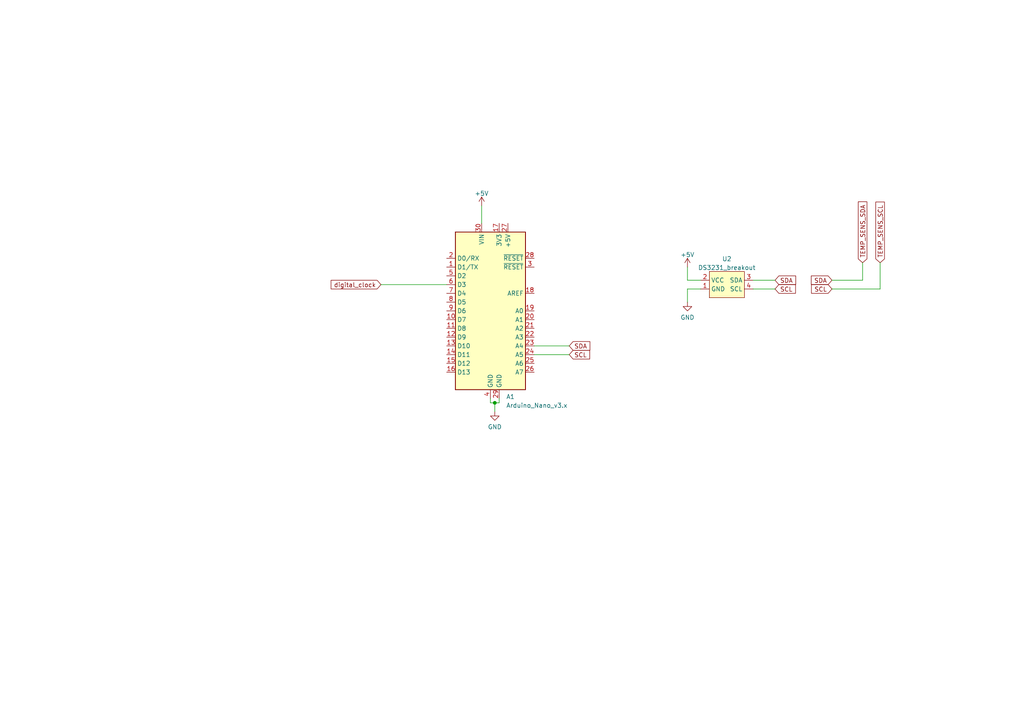
<source format=kicad_sch>
(kicad_sch (version 20211123) (generator eeschema)
  (paper "A4")
  (lib_symbols
    (symbol "MCU_Module:Arduino_Nano_v3.x"
      (property "Reference" "A" (at -10.16 23.495 0))
      (property "Value" "Arduino_Nano_v3.x" (at 5.08 -24.13 0))
      (symbol "Arduino_Nano_v3.x_0_1"
        (rectangle (start -10.16 22.86) (end 10.16 -22.86) (stroke (width 0.254)) (fill (type background)))
      )
      (symbol "Arduino_Nano_v3.x_1_1"
        (pin bidirectional line (at -12.7 12.7 0) (length 2.54) (name "D1/TX") (number "1"))
        (pin bidirectional line (at -12.7 -2.54 0) (length 2.54) (name "D7") (number "10"))
        (pin bidirectional line (at -12.7 -5.08 0) (length 2.54) (name "D8") (number "11"))
        (pin bidirectional line (at -12.7 -7.62 0) (length 2.54) (name "D9") (number "12"))
        (pin bidirectional line (at -12.7 -10.16 0) (length 2.54) (name "D10") (number "13"))
        (pin bidirectional line (at -12.7 -12.7 0) (length 2.54) (name "D11") (number "14"))
        (pin bidirectional line (at -12.7 -15.24 0) (length 2.54) (name "D12") (number "15"))
        (pin bidirectional line (at -12.7 -17.78 0) (length 2.54) (name "D13") (number "16"))
        (pin power_out line (at 2.54 25.4 270) (length 2.54) (name "3V3") (number "17"))
        (pin input line (at 12.7 5.08 180) (length 2.54) (name "AREF") (number "18"))
        (pin bidirectional line (at 12.7 0 180) (length 2.54) (name "A0") (number "19"))
        (pin bidirectional line (at -12.7 15.24 0) (length 2.54) (name "D0/RX") (number "2"))
        (pin bidirectional line (at 12.7 -2.54 180) (length 2.54) (name "A1") (number "20"))
        (pin bidirectional line (at 12.7 -5.08 180) (length 2.54) (name "A2") (number "21"))
        (pin bidirectional line (at 12.7 -7.62 180) (length 2.54) (name "A3") (number "22"))
        (pin bidirectional line (at 12.7 -10.16 180) (length 2.54) (name "A4") (number "23"))
        (pin bidirectional line (at 12.7 -12.7 180) (length 2.54) (name "A5") (number "24"))
        (pin bidirectional line (at 12.7 -15.24 180) (length 2.54) (name "A6") (number "25"))
        (pin bidirectional line (at 12.7 -17.78 180) (length 2.54) (name "A7") (number "26"))
        (pin power_out line (at 5.08 25.4 270) (length 2.54) (name "+5V") (number "27"))
        (pin input line (at 12.7 15.24 180) (length 2.54) (name "~{RESET}") (number "28"))
        (pin power_in line (at 2.54 -25.4 90) (length 2.54) (name "GND") (number "29"))
        (pin input line (at 12.7 12.7 180) (length 2.54) (name "~{RESET}") (number "3"))
        (pin power_in line (at -2.54 25.4 270) (length 2.54) (name "VIN") (number "30"))
        (pin power_in line (at 0 -25.4 90) (length 2.54) (name "GND") (number "4"))
        (pin bidirectional line (at -12.7 10.16 0) (length 2.54) (name "D2") (number "5"))
        (pin bidirectional line (at -12.7 7.62 0) (length 2.54) (name "D3") (number "6"))
        (pin bidirectional line (at -12.7 5.08 0) (length 2.54) (name "D4") (number "7"))
        (pin bidirectional line (at -12.7 2.54 0) (length 2.54) (name "D5") (number "8"))
        (pin bidirectional line (at -12.7 0 0) (length 2.54) (name "D6") (number "9"))
      )
    )
    (symbol "power:+5V" (power) (pin_names (offset 0))
      (property "Value" "+5V" (at 0 3.556 0))
      (symbol "+5V_0_1"
        (polyline (pts (xy -0.762 1.27) (xy 0 2.54)))
        (polyline (pts (xy 0 0) (xy 0 2.54)))
        (polyline (pts (xy 0 2.54) (xy 0.762 1.27)))
      )
      (symbol "+5V_1_1"
        (pin power_in line (at 0 0 90) (length 0) hide (name "+5V") (number "1"))
      )
    )
    (symbol "power:GND" (power) (pin_names (offset 0))
      (property "Value" "GND" (at 0 -3.81 0))
      (symbol "GND_0_1"
        (polyline (pts (xy 0 0) (xy 0 -1.27) (xy 1.27 -1.27) (xy 0 -2.54) (xy -1.27 -1.27) (xy 0 -1.27)))
      )
      (symbol "GND_1_1"
        (pin power_in line (at 0 0 270) (length 0) hide (name "GND") (number "1"))
      )
    )
    (symbol "project_lib:DS3231_breakout"
      (property "Reference" "U" (at 0 0 0))
      (property "Value" "DS3231_breakout" (at 0 -10.16 0))
      (symbol "DS3231_breakout_0_1"
        (rectangle (start -5.08 -1.27) (end 5.08 -8.89) (stroke (width 0.1524)) (fill (type background)))
      )
      (symbol "DS3231_breakout_1_1"
        (pin input line (at -7.62 -6.35 0) (length 2.54) (name "GND") (number "1"))
        (pin input line (at -7.62 -3.81 0) (length 2.54) (name "VCC") (number "2"))
        (pin bidirectional line (at 7.62 -3.81 180) (length 2.54) (name "SDA") (number "3"))
        (pin input line (at 7.62 -6.35 180) (length 2.54) (name "SCL") (number "4"))
      )
    )
  )
  (junction (at 143.51 116.84))
  (wire (pts (xy 250.19 81.28) (xy 250.19 76.2)))
  (wire (pts (xy 218.44 83.82) (xy 224.79 83.82)))
  (wire (pts (xy 199.39 87.63) (xy 199.39 83.82)))
  (wire (pts (xy 199.39 83.82) (xy 203.2 83.82)))
  (wire (pts (xy 255.27 76.2) (xy 255.27 83.82)))
  (wire (pts (xy 142.24 116.84) (xy 142.24 115.57)))
  (wire (pts (xy 199.39 81.28) (xy 199.39 77.47)))
  (wire (pts (xy 218.44 81.28) (xy 224.79 81.28)))
  (wire (pts (xy 143.51 116.84) (xy 142.24 116.84)))
  (wire (pts (xy 203.2 81.28) (xy 199.39 81.28)))
  (wire (pts (xy 154.94 100.33) (xy 165.1 100.33)))
  (wire (pts (xy 154.94 102.87) (xy 165.1 102.87)))
  (wire (pts (xy 143.51 119.38) (xy 143.51 116.84)))
  (wire (pts (xy 110.49 82.55) (xy 129.54 82.55)))
  (wire (pts (xy 139.7 59.69) (xy 139.7 64.77)))
  (wire (pts (xy 144.78 116.84) (xy 143.51 116.84)))
  (wire (pts (xy 241.3 81.28) (xy 250.19 81.28)))
  (wire (pts (xy 144.78 115.57) (xy 144.78 116.84)))
  (wire (pts (xy 255.27 83.82) (xy 241.3 83.82)))
  (global_label "TEMP_SENS_SCL" (shape input) (at 255.27 76.2 90) (property "Intersheet References" "${INTERSHEET_REFS}" (effects hide)))
  (global_label "SCL" (shape input) (at 165.1 102.87 0) (property "Intersheet References" "${INTERSHEET_REFS}" (effects hide)))
  (global_label "SDA" (shape input) (at 165.1 100.33 0) (property "Intersheet References" "${INTERSHEET_REFS}" (effects hide)))
  (global_label "SCL" (shape input) (at 241.3 83.82 180) (property "Intersheet References" "${INTERSHEET_REFS}" (effects hide)))
  (global_label "SCL" (shape input) (at 224.79 83.82 0) (property "Intersheet References" "${INTERSHEET_REFS}" (effects hide)))
  (global_label "digital_clock" (shape input) (at 110.49 82.55 180) (property "Intersheet References" "${INTERSHEET_REFS}" (effects hide)))
  (global_label "TEMP_SENS_SDA" (shape input) (at 250.19 76.2 90) (property "Intersheet References" "${INTERSHEET_REFS}" (effects hide)))
  (global_label "SDA" (shape input) (at 241.3 81.28 180) (property "Intersheet References" "${INTERSHEET_REFS}" (effects hide)))
  (global_label "SDA" (shape input) (at 224.79 81.28 0) (property "Intersheet References" "${INTERSHEET_REFS}" (effects hide)))
  (symbol (lib_id "project_lib:DS3231_breakout") (at 210.82 77.47 0) (unit 1)
    (property "Reference" "U2" (at 210.82 75.091 0))
    (property "Value" "DS3231_breakout" (at 210.82 77.6279 0))
    (property "Footprint" "Connector_PinHeader_2.54mm:PinHeader_1x04_P2.54mm_Vertical" (effects hide))
  )
  (symbol (lib_id "MCU_Module:Arduino_Nano_v3.x") (at 142.24 90.17 0) (unit 1)
    (property "Reference" "A1" (at 146.7994 115.0604 0) (effects (justify left)))
    (property "Value" "Arduino_Nano_v3.x" (at 146.7994 117.5973 0) (effects (justify left)))
    (property "Footprint" "Module:Arduino_Nano" (effects hide))
    (property "Datasheet" "http://www.mouser.com/pdfdocs/Gravitech_Arduino_Nano3_0.pdf" (effects hide))
  )
  (symbol (lib_id "power:+5V") (at 139.7 59.69 0) (unit 1)
    (property "Reference" "#PWR0110" (effects hide))
    (property "Value" "+5V" (at 139.7 56.1142 0))
  )
  (symbol (lib_id "power:GND") (at 199.39 87.63 0) (unit 1)
    (property "Reference" "#PWR0112" (effects hide))
    (property "Value" "GND" (at 199.39 92.0734 0))
  )
  (symbol (lib_id "power:+5V") (at 199.39 77.47 0) (unit 1)
    (property "Reference" "#PWR0111" (effects hide))
    (property "Value" "+5V" (at 199.39 73.8942 0))
  )
  (symbol (lib_id "power:GND") (at 143.51 119.38 0) (unit 1)
    (property "Reference" "#PWR0109" (effects hide))
    (property "Value" "GND" (at 143.51 123.8234 0))
  )
)
</source>
